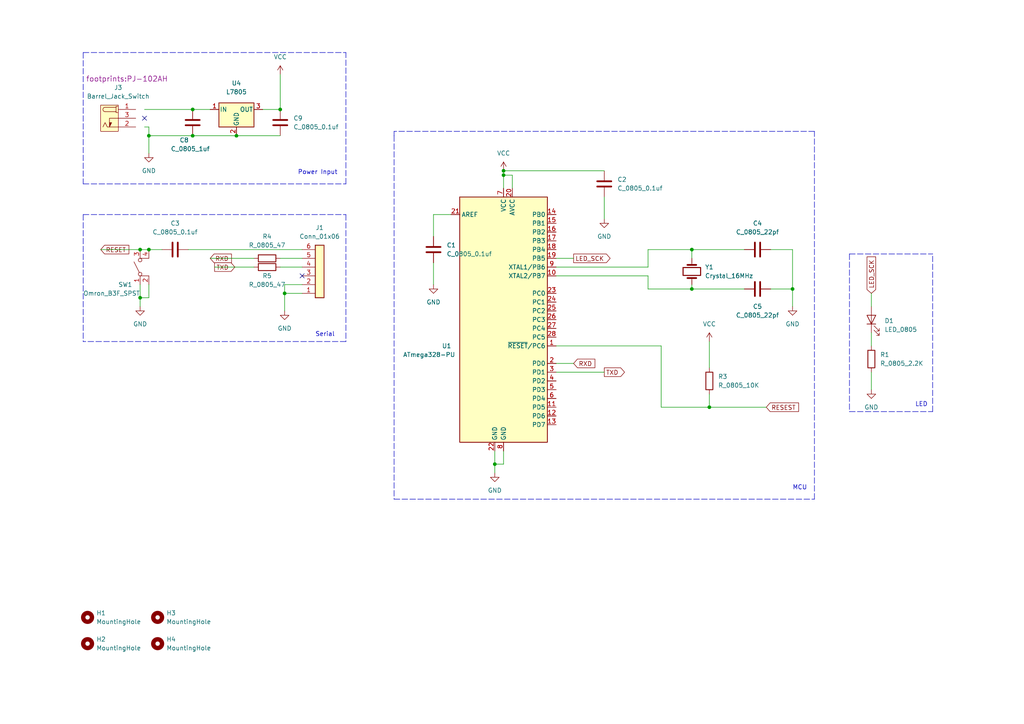
<source format=kicad_sch>
(kicad_sch (version 20211123) (generator eeschema)
  (paper "A4")
  (lib_symbols
    (symbol "HPS:ATmega328-PU"
      (property "Reference" "U" (at -11.43 39.37 0))
      (property "Value" "ATmega328-PU" (at -17.78 38.1 0))
      (symbol "ATmega328-PU_0_1"
        (rectangle (start -12.7 -35.56) (end 12.7 35.56) (stroke (width 0.254)) (fill (type background)))
      )
      (symbol "ATmega328-PU_1_1"
        (pin tri_state line (at 15.24 -7.62 180) (length 2.54) (name "~{RESET}/PC6") (number "1"))
        (pin tri_state line (at 15.24 12.7 180) (length 2.54) (name "XTAL2/PB7") (number "10"))
        (pin tri_state line (at 15.24 -25.4 180) (length 2.54) (name "PD5") (number "11"))
        (pin tri_state line (at 15.24 -27.94 180) (length 2.54) (name "PD6") (number "12"))
        (pin tri_state line (at 15.24 -30.48 180) (length 2.54) (name "PD7") (number "13"))
        (pin tri_state line (at 15.24 30.48 180) (length 2.54) (name "PB0") (number "14"))
        (pin tri_state line (at 15.24 27.94 180) (length 2.54) (name "PB1") (number "15"))
        (pin tri_state line (at 15.24 25.4 180) (length 2.54) (name "PB2") (number "16"))
        (pin tri_state line (at 15.24 22.86 180) (length 2.54) (name "PB3") (number "17"))
        (pin tri_state line (at 15.24 20.32 180) (length 2.54) (name "PB4") (number "18"))
        (pin tri_state line (at 15.24 17.78 180) (length 2.54) (name "PB5") (number "19"))
        (pin tri_state line (at 15.24 -12.7 180) (length 2.54) (name "PD0") (number "2"))
        (pin power_in line (at 2.54 38.1 270) (length 2.54) (name "AVCC") (number "20"))
        (pin passive line (at -15.24 30.48 0) (length 2.54) (name "AREF") (number "21"))
        (pin power_in line (at -2.54 -38.1 90) (length 2.54) (name "GND") (number "22"))
        (pin tri_state line (at 15.24 7.62 180) (length 2.54) (name "PC0") (number "23"))
        (pin tri_state line (at 15.24 5.08 180) (length 2.54) (name "PC1") (number "24"))
        (pin tri_state line (at 15.24 2.54 180) (length 2.54) (name "PC2") (number "25"))
        (pin tri_state line (at 15.24 0 180) (length 2.54) (name "PC3") (number "26"))
        (pin tri_state line (at 15.24 -2.54 180) (length 2.54) (name "PC4") (number "27"))
        (pin tri_state line (at 15.24 -5.08 180) (length 2.54) (name "PC5") (number "28"))
        (pin tri_state line (at 15.24 -15.24 180) (length 2.54) (name "PD1") (number "3"))
        (pin tri_state line (at 15.24 -17.78 180) (length 2.54) (name "PD2") (number "4"))
        (pin tri_state line (at 15.24 -20.32 180) (length 2.54) (name "PD3") (number "5"))
        (pin tri_state line (at 15.24 -22.86 180) (length 2.54) (name "PD4") (number "6"))
        (pin power_in line (at 0 38.1 270) (length 2.54) (name "VCC") (number "7"))
        (pin power_in line (at 0 -38.1 90) (length 2.54) (name "GND") (number "8"))
        (pin tri_state line (at 15.24 15.24 180) (length 2.54) (name "XTAL1/PB6") (number "9"))
      )
    )
    (symbol "HPS:C_0805_0.1uf" (pin_numbers hide) (pin_names (offset 0.254))
      (property "Reference" "C" (at 0.635 2.54 0))
      (property "Value" "C_0805_0.1uf" (at 0.635 -2.54 0))
      (symbol "C_0805_0.1uf_0_1"
        (polyline (pts (xy -2.032 -0.762) (xy 2.032 -0.762)) (stroke (width 0.508)))
        (polyline (pts (xy -2.032 0.762) (xy 2.032 0.762)) (stroke (width 0.508)))
      )
      (symbol "C_0805_0.1uf_1_1"
        (pin passive line (at 0 3.81 270) (length 2.794) (name "~") (number "1"))
        (pin passive line (at 0 -3.81 90) (length 2.794) (name "~") (number "2"))
      )
    )
    (symbol "HPS:C_0805_1uf" (pin_numbers hide) (pin_names (offset 0.254))
      (property "Reference" "C" (at 0.635 2.54 0))
      (property "Value" "C_0805_1uf" (at 0.635 -2.54 0))
      (symbol "C_0805_1uf_0_1"
        (polyline (pts (xy -2.032 -0.762) (xy 2.032 -0.762)) (stroke (width 0.508)))
        (polyline (pts (xy -2.032 0.762) (xy 2.032 0.762)) (stroke (width 0.508)))
      )
      (symbol "C_0805_1uf_1_1"
        (pin passive line (at 0 3.81 270) (length 2.794) (name "~") (number "1"))
        (pin passive line (at 0 -3.81 90) (length 2.794) (name "~") (number "2"))
      )
    )
    (symbol "HPS:C_0805_22pf" (pin_numbers hide) (pin_names (offset 0.254))
      (property "Reference" "C" (at 0.635 2.54 0))
      (property "Value" "C_0805_22pf" (at 0.635 -2.54 0))
      (symbol "C_0805_22pf_0_1"
        (polyline (pts (xy -2.032 -0.762) (xy 2.032 -0.762)) (stroke (width 0.508)))
        (polyline (pts (xy -2.032 0.762) (xy 2.032 0.762)) (stroke (width 0.508)))
      )
      (symbol "C_0805_22pf_1_1"
        (pin passive line (at 0 3.81 270) (length 2.794) (name "~") (number "1"))
        (pin passive line (at 0 -3.81 90) (length 2.794) (name "~") (number "2"))
      )
    )
    (symbol "HPS:Conn_01x06" (pin_names (offset 1.016) hide)
      (property "Reference" "J" (at 0 7.62 0))
      (property "Value" "Conn_01x06" (at 0 -10.16 0))
      (symbol "Conn_01x06_1_1"
        (rectangle (start -1.27 6.35) (end 1.27 -8.89) (stroke (width 0.254)) (fill (type background)))
        (pin passive line (at -5.08 5.08 0) (length 3.81) (name "Pin_1") (number "1"))
        (pin passive line (at -5.08 2.54 0) (length 3.81) (name "Pin_2") (number "2"))
        (pin passive line (at -5.08 0 0) (length 3.81) (name "Pin_3") (number "3"))
        (pin passive line (at -5.08 -2.54 0) (length 3.81) (name "Pin_4") (number "4"))
        (pin passive line (at -5.08 -5.08 0) (length 3.81) (name "Pin_5") (number "5"))
        (pin passive line (at -5.08 -7.62 0) (length 3.81) (name "Pin_6") (number "6"))
      )
    )
    (symbol "HPS:Crystal_16MHz" (pin_numbers hide) (pin_names (offset 1.016) hide)
      (property "Reference" "Y" (at 0 3.81 0))
      (property "Value" "Crystal_16MHz" (at 0 -3.81 0))
      (symbol "Crystal_16MHz_0_1"
        (rectangle (start -1.143 2.54) (end 1.143 -2.54) (stroke (width 0.3048)))
        (polyline (pts (xy -2.54 0) (xy -1.905 0)))
        (polyline (pts (xy -1.905 -1.27) (xy -1.905 1.27)) (stroke (width 0.508)))
        (polyline (pts (xy 1.905 -1.27) (xy 1.905 1.27)) (stroke (width 0.508)))
        (polyline (pts (xy 2.54 0) (xy 1.905 0)))
      )
      (symbol "Crystal_16MHz_1_1"
        (pin passive line (at -3.81 0 0) (length 1.27) (name "1") (number "1"))
        (pin passive line (at 3.81 0 180) (length 1.27) (name "2") (number "2"))
      )
    )
    (symbol "HPS:GND" (power) (pin_names (offset 0))
      (property "Value" "GND" (at 0 -3.81 0))
      (symbol "GND_0_1"
        (polyline (pts (xy 0 0) (xy 0 -1.27) (xy 1.27 -1.27) (xy 0 -2.54) (xy -1.27 -1.27) (xy 0 -1.27)))
      )
      (symbol "GND_1_1"
        (pin power_in line (at 0 0 270) (length 0) hide (name "GND") (number "1"))
      )
    )
    (symbol "HPS:L7805" (pin_names (offset 0.254))
      (property "Reference" "U" (at -3.81 3.175 0))
      (property "Value" "L7805" (at 0 3.175 0))
      (symbol "L7805_0_1"
        (rectangle (start -5.08 1.905) (end 5.08 -5.08) (stroke (width 0.254)) (fill (type background)))
      )
      (symbol "L7805_1_1"
        (pin power_in line (at -7.62 0 0) (length 2.54) (name "IN") (number "1"))
        (pin power_in line (at 0 -7.62 90) (length 2.54) (name "GND") (number "2"))
        (pin power_out line (at 7.62 0 180) (length 2.54) (name "OUT") (number "3"))
      )
    )
    (symbol "HPS:LED_0805" (pin_numbers hide) (pin_names (offset 1.016) hide)
      (property "Reference" "D" (at 0 2.54 0))
      (property "Value" "LED_0805" (at 0 -2.54 0))
      (symbol "LED_0805_0_1"
        (polyline (pts (xy -1.27 -1.27) (xy -1.27 1.27)) (stroke (width 0.2032)))
        (polyline (pts (xy -1.27 0) (xy 1.27 0)))
        (polyline (pts (xy 1.27 -1.27) (xy 1.27 1.27) (xy -1.27 0) (xy 1.27 -1.27)) (stroke (width 0.2032)))
        (polyline (pts (xy -3.048 -0.762) (xy -4.572 -2.286) (xy -3.81 -2.286) (xy -4.572 -2.286) (xy -4.572 -1.524)))
        (polyline (pts (xy -1.778 -0.762) (xy -3.302 -2.286) (xy -2.54 -2.286) (xy -3.302 -2.286) (xy -3.302 -1.524)))
      )
      (symbol "LED_0805_1_1"
        (pin passive line (at -3.81 0 0) (length 2.54) (name "K") (number "1"))
        (pin passive line (at 3.81 0 180) (length 2.54) (name "A") (number "2"))
      )
    )
    (symbol "HPS:MountingHole" (pin_names (offset 1.016))
      (property "Reference" "H" (at 0 5.08 0))
      (property "Value" "MountingHole" (at 0 3.175 0))
      (symbol "MountingHole_0_1"
        (circle (center 0 0) (radius 1.27) (stroke (width 1.27)))
      )
    )
    (symbol "HPS:Omron_B3F_SPST" (pin_names (offset 0) hide)
      (property "Reference" "SW" (at 0 5.08 0))
      (property "Value" "Omron_B3F_SPST" (at 0 2.54 0))
      (symbol "Omron_B3F_SPST_0_0"
        (circle (center -2.032 0) (radius 0.508))
        (polyline (pts (xy -1.524 0.254) (xy 1.524 1.778)))
        (circle (center 2.032 0) (radius 0.508))
      )
      (symbol "Omron_B3F_SPST_0_1"
        (polyline (pts (xy -2.54 0) (xy -2.54 -2.54)))
        (polyline (pts (xy 2.54 -2.54) (xy 2.54 0)))
      )
      (symbol "Omron_B3F_SPST_1_1"
        (pin passive line (at -5.08 0 0) (length 2.54) (name "A") (number "1"))
        (pin passive line (at -5.08 -2.54 0) (length 2.54) (name "A") (number "2"))
        (pin passive line (at 5.08 0 180) (length 2.54) (name "B") (number "3"))
        (pin passive line (at 5.08 -2.54 180) (length 2.54) (name "B") (number "4"))
      )
    )
    (symbol "HPS:PJ-102AH" (pin_names (offset 1.016) hide)
      (property "Reference" "J" (at -2.54 5.08 0))
      (property "Value" "PJ-102AH" (at 0 -5.334 0))
      (property "Footprint" "footprints:PJ-102AH" (at 0 -7.874 0))
      (symbol "PJ-102AH_0_1"
        (arc (start -3.81 3.175) (mid -4.445 2.54) (end -3.81 1.905))
        (polyline (pts (xy -0.635 1.905) (xy -3.81 1.905)))
        (polyline (pts (xy -0.635 1.905) (xy -0.635 3.175)))
        (polyline (pts (xy -0.635 3.175) (xy -3.81 3.175)))
        (polyline (pts (xy -2.54 -1.27) (xy -2.54 0) (xy 0 0)))
        (polyline (pts (xy -0.635 1.905) (xy -0.635 1.651) (xy 0 1.651)))
        (polyline (pts (xy -0.635 3.175) (xy -0.635 3.429) (xy 0 3.429)))
        (polyline (pts (xy -2.54 -2.54) (xy -1.905 -1.27) (xy -2.54 -1.27) (xy -2.54 -2.54)) (fill (type outline)))
        (polyline (pts (xy 0 -2.54) (xy -3.175 -2.54) (xy -3.81 -1.27) (xy -4.445 -2.54)))
        (rectangle (start 0 3.81) (end -5.08 -3.81) (fill (type background)))
      )
      (symbol "PJ-102AH_1_1"
        (pin passive line (at 5.08 2.54 180) (length 5.08) (name "POLE") (number "1"))
        (pin passive line (at 5.08 -2.54 180) (length 5.08) (name "OUT") (number "2"))
        (pin passive line (at 5.08 0 180) (length 5.08) (name "OUT") (number "3"))
      )
    )
    (symbol "HPS:R_0805_10K" (pin_numbers hide) (pin_names (offset 0))
      (property "Reference" "R" (at 2.032 0 90))
      (property "Value" "R_0805_10K" (at -2.54 0 90))
      (symbol "R_0805_10K_0_1"
        (rectangle (start -1.016 -2.54) (end 1.016 2.54) (stroke (width 0.254)))
      )
      (symbol "R_0805_10K_1_1"
        (pin passive line (at 0 3.81 270) (length 1.27) (name "~") (number "1"))
        (pin passive line (at 0 -3.81 90) (length 1.27) (name "~") (number "2"))
      )
    )
    (symbol "HPS:R_0805_2.2K" (pin_numbers hide) (pin_names (offset 0))
      (property "Reference" "R" (at 2.032 0 90))
      (property "Value" "R_0805_2.2K" (at -2.54 0 90))
      (symbol "R_0805_2.2K_0_1"
        (rectangle (start -1.016 -2.54) (end 1.016 2.54) (stroke (width 0.254)))
      )
      (symbol "R_0805_2.2K_1_1"
        (pin passive line (at 0 3.81 270) (length 1.27) (name "~") (number "1"))
        (pin passive line (at 0 -3.81 90) (length 1.27) (name "~") (number "2"))
      )
    )
    (symbol "HPS:R_0805_47" (pin_numbers hide) (pin_names (offset 0))
      (property "Reference" "R" (at 2.032 0 90))
      (property "Value" "R_0805_47" (at -2.54 0 90))
      (symbol "R_0805_47_0_1"
        (rectangle (start -1.016 -2.54) (end 1.016 2.54) (stroke (width 0.254)))
      )
      (symbol "R_0805_47_1_1"
        (pin passive line (at 0 3.81 270) (length 1.27) (name "~") (number "1"))
        (pin passive line (at 0 -3.81 90) (length 1.27) (name "~") (number "2"))
      )
    )
    (symbol "HPS:VCC" (power) (pin_names (offset 0))
      (property "Value" "VCC" (at 0 3.81 0))
      (symbol "VCC_0_1"
        (polyline (pts (xy -0.762 1.27) (xy 0 2.54)))
        (polyline (pts (xy 0 0) (xy 0 2.54)))
        (polyline (pts (xy 0 2.54) (xy 0.762 1.27)))
      )
      (symbol "VCC_1_1"
        (pin power_in line (at 0 0 90) (length 0) hide (name "VCC") (number "1"))
      )
    )
  )
  (junction (at 229.87 83.82))
  (junction (at 146.05 50.8))
  (junction (at 68.58 39.37))
  (junction (at 40.64 72.39))
  (junction (at 81.28 31.75))
  (junction (at 200.66 83.82))
  (junction (at 143.51 134.62))
  (junction (at 200.66 72.39))
  (junction (at 205.74 118.11))
  (junction (at 55.88 39.37))
  (junction (at 43.18 72.39))
  (junction (at 55.88 31.75))
  (junction (at 40.64 86.36))
  (junction (at 82.55 85.09))
  (junction (at 43.18 39.37))
  (junction (at 146.05 49.53))
  (no_connect (at 41.91 34.29))
  (no_connect (at 87.63 80.01))
  (wire (pts (xy 229.87 83.82) (xy 229.87 88.9)))
  (wire (pts (xy 146.05 50.8) (xy 146.05 54.61)))
  (wire (pts (xy 76.2 31.75) (xy 81.28 31.75)))
  (polyline (pts (xy 24.13 62.23) (xy 100.33 62.23)))
  (wire (pts (xy 146.05 49.53) (xy 146.05 50.8)))
  (wire (pts (xy 55.88 39.37) (xy 68.58 39.37)))
  (wire (pts (xy 40.64 82.55) (xy 40.64 86.36)))
  (wire (pts (xy 29.21 72.39) (xy 40.64 72.39)))
  (polyline (pts (xy 270.51 119.38) (xy 270.51 73.66)))
  (wire (pts (xy 40.64 72.39) (xy 43.18 72.39)))
  (wire (pts (xy 161.29 77.47) (xy 187.96 77.47)))
  (wire (pts (xy 187.96 83.82) (xy 200.66 83.82)))
  (wire (pts (xy 82.55 85.09) (xy 82.55 82.55)))
  (wire (pts (xy 40.64 86.36) (xy 43.18 86.36)))
  (polyline (pts (xy 246.38 73.66) (xy 270.51 73.66)))
  (polyline (pts (xy 24.13 15.24) (xy 24.13 53.34)))
  (wire (pts (xy 82.55 82.55) (xy 87.63 82.55)))
  (wire (pts (xy 161.29 105.41) (xy 166.37 105.41)))
  (wire (pts (xy 143.51 134.62) (xy 146.05 134.62)))
  (wire (pts (xy 187.96 80.01) (xy 187.96 83.82)))
  (wire (pts (xy 43.18 39.37) (xy 43.18 44.45)))
  (wire (pts (xy 146.05 130.81) (xy 146.05 134.62)))
  (polyline (pts (xy 100.33 62.23) (xy 100.33 99.06)))
  (polyline (pts (xy 24.13 62.23) (xy 24.13 99.06)))
  (wire (pts (xy 223.52 72.39) (xy 229.87 72.39)))
  (wire (pts (xy 43.18 82.55) (xy 43.18 86.36)))
  (wire (pts (xy 229.87 72.39) (xy 229.87 83.82)))
  (wire (pts (xy 161.29 80.01) (xy 187.96 80.01)))
  (wire (pts (xy 200.66 72.39) (xy 215.9 72.39)))
  (wire (pts (xy 161.29 74.93) (xy 166.37 74.93)))
  (polyline (pts (xy 100.33 53.34) (xy 100.33 15.24)))
  (wire (pts (xy 43.18 72.39) (xy 46.99 72.39)))
  (wire (pts (xy 200.66 83.82) (xy 215.9 83.82)))
  (wire (pts (xy 205.74 118.11) (xy 222.25 118.11)))
  (wire (pts (xy 41.91 31.75) (xy 55.88 31.75)))
  (polyline (pts (xy 246.38 119.38) (xy 270.51 119.38)))
  (wire (pts (xy 81.28 21.59) (xy 81.28 31.75)))
  (wire (pts (xy 43.18 39.37) (xy 55.88 39.37)))
  (polyline (pts (xy 100.33 99.06) (xy 24.13 99.06)))
  (wire (pts (xy 200.66 72.39) (xy 200.66 74.93)))
  (wire (pts (xy 82.55 90.17) (xy 82.55 85.09)))
  (wire (pts (xy 223.52 83.82) (xy 229.87 83.82)))
  (wire (pts (xy 68.58 39.37) (xy 81.28 39.37)))
  (wire (pts (xy 161.29 100.33) (xy 191.77 100.33)))
  (wire (pts (xy 62.23 77.47) (xy 73.66 77.47)))
  (wire (pts (xy 81.28 74.93) (xy 87.63 74.93)))
  (polyline (pts (xy 246.38 73.66) (xy 246.38 119.38)))
  (wire (pts (xy 125.73 62.23) (xy 125.73 68.58)))
  (wire (pts (xy 55.88 31.75) (xy 60.96 31.75)))
  (polyline (pts (xy 24.13 53.34) (xy 100.33 53.34)))
  (wire (pts (xy 143.51 130.81) (xy 143.51 134.62)))
  (wire (pts (xy 43.18 36.83) (xy 43.18 39.37)))
  (wire (pts (xy 40.64 86.36) (xy 40.64 88.9)))
  (wire (pts (xy 187.96 72.39) (xy 200.66 72.39)))
  (wire (pts (xy 125.73 76.2) (xy 125.73 82.55)))
  (wire (pts (xy 82.55 85.09) (xy 87.63 85.09)))
  (wire (pts (xy 60.96 74.93) (xy 73.66 74.93)))
  (wire (pts (xy 187.96 77.47) (xy 187.96 72.39)))
  (wire (pts (xy 191.77 100.33) (xy 191.77 118.11)))
  (wire (pts (xy 252.73 107.95) (xy 252.73 113.03)))
  (polyline (pts (xy 24.13 15.24) (xy 100.33 15.24)))
  (wire (pts (xy 161.29 107.95) (xy 175.26 107.95)))
  (wire (pts (xy 252.73 96.52) (xy 252.73 100.33)))
  (polyline (pts (xy 236.22 38.1) (xy 114.3 38.1)))
  (wire (pts (xy 205.74 99.06) (xy 205.74 106.68)))
  (wire (pts (xy 200.66 82.55) (xy 200.66 83.82)))
  (wire (pts (xy 191.77 118.11) (xy 205.74 118.11)))
  (polyline (pts (xy 114.3 39.37) (xy 114.3 144.78)))
  (wire (pts (xy 146.05 49.53) (xy 175.26 49.53)))
  (wire (pts (xy 54.61 72.39) (xy 87.63 72.39)))
  (wire (pts (xy 81.28 77.47) (xy 87.63 77.47)))
  (wire (pts (xy 41.91 36.83) (xy 43.18 36.83)))
  (polyline (pts (xy 114.3 144.78) (xy 236.22 144.78)))
  (wire (pts (xy 252.73 85.09) (xy 252.73 88.9)))
  (wire (pts (xy 175.26 57.15) (xy 175.26 63.5)))
  (wire (pts (xy 148.59 54.61) (xy 148.59 50.8)))
  (wire (pts (xy 205.74 114.3) (xy 205.74 118.11)))
  (wire (pts (xy 148.59 50.8) (xy 146.05 50.8)))
  (polyline (pts (xy 236.22 144.78) (xy 236.22 38.1)))
  (wire (pts (xy 143.51 134.62) (xy 143.51 137.16)))
  (polyline (pts (xy 114.3 38.1) (xy 114.3 39.37)))
  (wire (pts (xy 130.81 62.23) (xy 125.73 62.23)))
  (text "Serial" (at 91.44 97.79 0) (effects (font (size 1.27 1.27)) (justify left bottom)))
  (text "Power Input" (at 86.36 50.8 0) (effects (font (size 1.27 1.27)) (justify left bottom)))
  (text "LED" (at 265.43 118.11 0) (effects (font (size 1.27 1.27)) (justify left bottom)))
  (text "MCU" (at 229.87 142.24 0) (effects (font (size 1.27 1.27)) (justify left bottom)))
  (global_label "RXD" (shape input) (at 166.37 105.41 0) (property "Intersheet References" "${INTERSHEET_REFS}" (effects hide)))
  (global_label "RESEST" (shape input) (at 222.25 118.11 0) (property "Intersheet References" "${INTERSHEET_REFS}" (effects hide)))
  (global_label "LED_SCK" (shape output) (at 166.37 74.93 0) (property "Intersheet References" "${INTERSHEET_REFS}" (effects hide)))
  (global_label "TXD" (shape output) (at 175.26 107.95 0) (property "Intersheet References" "${INTERSHEET_REFS}" (effects hide)))
  (global_label "RESET" (shape input) (at 29.21 72.39 0) (property "Intersheet References" "${INTERSHEET_REFS}" (effects hide)))
  (global_label "LED_SCK" (shape input) (at 252.73 85.09 90) (property "Intersheet References" "${INTERSHEET_REFS}" (effects hide)))
  (global_label "TXD" (shape output) (at 62.23 77.47 0) (property "Intersheet References" "${INTERSHEET_REFS}" (effects hide)))
  (global_label "RXD" (shape input) (at 60.96 74.93 0) (property "Intersheet References" "${INTERSHEET_REFS}" (effects hide)))
  (symbol (lib_id "HPS:LED_0805") (at 252.73 92.71 90) (unit 1)
    (property "Reference" "D1" (at 256.54 93.0401 90) (effects (justify right)))
    (property "Value" "LED_0805" (at 256.54 95.5801 90) (effects (justify right)))
    (property "Footprint" "footprints:LED_0805_2012Metric" (effects hide))
    (property "Datasheet" "https://www.we-online.de/katalog/datasheet/150080RS75000.pdf" (effects hide))
    (property "MFG" "Würth Elektronik" (effects hide))
    (property "MPN" "150080RS75000" (effects hide))
    (property "Digikey PN" "732-4984-1-ND" (effects hide))
    (property "Mouser PN" "N/A" (effects hide))
  )
  (symbol (lib_id "HPS:GND") (at 252.73 113.03 0) (unit 1)
    (property "Reference" "#PWR?" (effects hide))
    (property "Value" "GND" (at 252.73 118.11 0))
  )
  (symbol (lib_id "HPS:GND") (at 143.51 137.16 0) (unit 1)
    (property "Reference" "#PWR?" (effects hide))
    (property "Value" "GND" (at 143.51 142.24 0))
  )
  (symbol (lib_id "HPS:R_0805_2.2K") (at 252.73 104.14 0) (unit 1)
    (property "Reference" "R1" (at 255.27 102.8699 0) (effects (justify left)))
    (property "Value" "R_0805_2.2K" (at 255.27 105.4099 0) (effects (justify left)))
    (property "Footprint" "footprints:R_0805_2012Metric" (effects hide))
    (property "Datasheet" "https://www.digikey.com/en/products/detail/yageo/RC0805FR-072K2L/727676" (effects hide))
    (property "MFG" "N/A" (effects hide))
    (property "MPN" "N/A" (effects hide))
    (property "Digikey PN" "311-2.20KCRCT-ND" (effects hide))
    (property "Mouser PN" "N/A" (effects hide))
    (property "Power" "N/A" (effects hide))
    (property "Tolerance" "N/A" (effects hide))
  )
  (symbol (lib_id "HPS:MountingHole") (at 45.72 179.07 0) (unit 1)
    (property "Reference" "H3" (at 48.26 177.7999 0) (effects (justify left)))
    (property "Value" "MountingHole" (at 48.26 180.3399 0) (effects (justify left)))
    (property "Footprint" "footprints:MountingHole_3.2mm_M3" (effects hide))
  )
  (symbol (lib_id "HPS:MountingHole") (at 25.4 179.07 0) (unit 1)
    (property "Reference" "H1" (at 27.94 177.7999 0) (effects (justify left)))
    (property "Value" "MountingHole" (at 27.94 180.3399 0) (effects (justify left)))
    (property "Footprint" "footprints:MountingHole_3.2mm_M3" (effects hide))
  )
  (symbol (lib_id "HPS:GND") (at 82.55 90.17 0) (unit 1)
    (property "Reference" "#PWR?" (effects hide))
    (property "Value" "GND" (at 82.55 95.25 0))
  )
  (symbol (lib_id "HPS:ATmega328-PU") (at 146.05 92.71 0) (unit 1)
    (property "Reference" "U1" (at 129.54 100.33 0))
    (property "Value" "ATmega328-PU" (at 124.46 102.87 0))
    (property "Footprint" "footprints:DIP-28_W7.62mm" (effects hide))
    (property "Datasheet" "http://www.microchip.com/mymicrochip/filehandler.aspx?ddocname=en608326" (effects hide))
    (property "MFG" "On Shore Technology Inc." (effects hide))
    (property "MPN" "ED281DT" (effects hide))
    (property "Digikey PN" "ED3050-5-ND" (effects hide))
    (property "Mouser PN" "N/A" (effects hide))
  )
  (symbol (lib_id "HPS:C_0805_22pf") (at 219.71 83.82 270) (unit 1)
    (property "Reference" "C5" (at 219.71 88.9 90))
    (property "Value" "C_0805_22pf" (at 219.71 91.44 90))
    (property "Footprint" "footprints:C_0805_2012Metric" (effects hide))
    (property "Datasheet" "https://www.yageo.com/upload/media/product/productsearch/datasheet/mlcc/UPY-GP_NP0_16V-to-50V_18.pdf" (effects hide))
    (property "MFG" "Yageo" (effects hide))
    (property "MPN" "CC0805JRNPO9BN220" (effects hide))
    (property "Digikey PN" "311-1103-1-ND" (effects hide))
    (property "Mouser PN" "N/A" (effects hide))
    (property "Voltage" "N/A" (effects hide))
    (property "Dielectric" "N/A" (effects hide))
    (property "Tolerance" "N/A" (effects hide))
  )
  (symbol (lib_id "HPS:Crystal_16MHz") (at 200.66 78.74 270) (unit 1)
    (property "Reference" "Y1" (at 204.47 77.4699 90) (effects (justify left)))
    (property "Value" "Crystal_16MHz" (at 204.47 80.0099 90) (effects (justify left)))
    (property "Footprint" "footprints:Crystal_SMD_HC49-SD" (effects hide))
    (property "Datasheet" "https://ecsxtal.com/store/pdf/csm-7x-dn.pdf" (effects hide))
    (property "MFG" "ECS Inc." (effects hide))
    (property "MPN" "ECS-160-20-5PXDN-TR" (effects hide))
    (property "Digikey PN" "XC1299CT-ND" (effects hide))
    (property "Mouser PN" "N/A" (effects hide))
  )
  (symbol (lib_id "HPS:Conn_01x06") (at 92.71 80.01 0) (mirror x) (unit 1)
    (property "Reference" "J1" (at 92.71 66.04 0))
    (property "Value" "Conn_01x06" (at 92.71 68.58 0))
    (property "Footprint" "footprints:PinHeader_1x06_P2.54mm_Vertical" (effects hide))
    (property "Datasheet" "https://www.we-online.de/katalog/datasheet/6130xx11121.pdf" (effects hide))
    (property "MFG" "Würth Elektronik" (effects hide))
    (property "MPN" "61300611121" (effects hide))
    (property "Digikey PN" "732-5319-ND" (effects hide))
    (property "Mouser PN" "N/A" (effects hide))
  )
  (symbol (lib_id "HPS:R_0805_10K") (at 205.74 110.49 0) (unit 1)
    (property "Reference" "R3" (at 208.28 109.2199 0) (effects (justify left)))
    (property "Value" "R_0805_10K" (at 208.28 111.7599 0) (effects (justify left)))
    (property "Footprint" "footprints:R_0805_2012Metric" (effects hide))
    (property "Datasheet" "https://www.digikey.com/en/products/detail/yageo/RC0805FR-0710KL/727535" (effects hide))
    (property "MFG" "Yageo" (effects hide))
    (property "MPN" "RC0805FR-0710KL" (effects hide))
    (property "Digikey PN" "311-10.0KCRCT-ND" (effects hide))
    (property "Mouser PN" "N/A" (effects hide))
    (property "Power" "N/A" (effects hide))
    (property "Tolerance" "N/A" (effects hide))
  )
  (symbol (lib_id "HPS:C_0805_0.1uf") (at 125.73 72.39 0) (unit 1)
    (property "Reference" "C1" (at 129.54 71.1199 0) (effects (justify left)))
    (property "Value" "C_0805_0.1uf" (at 129.54 73.6599 0) (effects (justify left)))
    (property "Footprint" "footprints:C_0805_2012Metric" (effects hide))
    (property "Datasheet" "https://datasheets.avx.com/X7RDielectric.pdf" (effects hide))
    (property "MFG" "AVX Corporation" (effects hide))
    (property "MPN" "08055C104KAT2A" (effects hide))
    (property "Digikey PN" "478-1395-1-ND" (effects hide))
    (property "Mouser PN" "N/A" (effects hide))
    (property "Voltage" "N/A" (effects hide))
    (property "Dielectric" "N/A" (effects hide))
    (property "Tolerance" "N/A" (effects hide))
  )
  (symbol (lib_id "HPS:C_0805_22pf") (at 219.71 72.39 270) (unit 1)
    (property "Reference" "C4" (at 219.71 64.77 90))
    (property "Value" "C_0805_22pf" (at 219.71 67.31 90))
    (property "Footprint" "footprints:C_0805_2012Metric" (effects hide))
    (property "Datasheet" "https://www.yageo.com/upload/media/product/productsearch/datasheet/mlcc/UPY-GP_NP0_16V-to-50V_18.pdf" (effects hide))
    (property "MFG" "Yageo" (effects hide))
    (property "MPN" "CC0805JRNPO9BN220" (effects hide))
    (property "Digikey PN" "311-1103-1-ND" (effects hide))
    (property "Mouser PN" "N/A" (effects hide))
    (property "Voltage" "N/A" (effects hide))
    (property "Dielectric" "N/A" (effects hide))
    (property "Tolerance" "N/A" (effects hide))
  )
  (symbol (lib_id "HPS:VCC") (at 146.05 49.53 0) (unit 1)
    (property "Reference" "#PWR?" (effects hide))
    (property "Value" "VCC" (at 146.05 44.45 0))
  )
  (symbol (lib_id "HPS:R_0805_47") (at 77.47 77.47 90) (unit 1)
    (property "Reference" "R5" (at 77.47 80.01 90))
    (property "Value" "R_0805_47" (at 77.47 82.55 90))
    (property "Footprint" "footprints:R_0805_2012Metric" (effects hide))
    (property "Datasheet" "https://www.digikey.com/en/products/detail/yageo/RC0805FR-0747RL/727972" (effects hide))
    (property "MFG" "Yageo" (effects hide))
    (property "Digikey PN" "RC0805FR-0747RL " (effects hide))
    (property "Mouser PN" "N/A" (effects hide))
    (property "Power" "N/A" (effects hide))
    (property "Tolerance" "N/A" (effects hide))
    (property "MPN" "RC0805FR-0747RL " (effects hide))
  )
  (symbol (lib_id "HPS:GND") (at 175.26 63.5 0) (unit 1)
    (property "Reference" "#PWR?" (effects hide))
    (property "Value" "GND" (at 175.26 68.58 0))
  )
  (symbol (lib_id "HPS:GND") (at 125.73 82.55 0) (unit 1)
    (property "Reference" "#PWR?" (effects hide))
    (property "Value" "GND" (at 125.73 87.63 0))
  )
  (symbol (lib_id "HPS:GND") (at 229.87 88.9 0) (unit 1)
    (property "Reference" "#PWR?" (effects hide))
    (property "Value" "GND" (at 229.87 93.98 0))
  )
  (symbol (lib_id "HPS:MountingHole") (at 25.4 186.69 0) (unit 1)
    (property "Reference" "H2" (at 27.94 185.4199 0) (effects (justify left)))
    (property "Value" "MountingHole" (at 27.94 187.9599 0) (effects (justify left)))
    (property "Footprint" "footprints:MountingHole_3.2mm_M3" (effects hide))
  )
  (symbol (lib_id "HPS:PJ-102AH") (at 34.29 34.29 0) (unit 1)
    (property "Reference" "J3" (at 34.29 25.4 0))
    (property "Value" "Barrel_Jack_Switch" (at 34.29 27.94 0))
    (property "Footprint" "footprints:PJ-102AH" (at 36.83 22.86 0) (effects (font (size 1.524 1.524))))
    (property "Datasheet" "https://www.cuidevices.com/product/resource/pj-102ah.pdf" (effects hide))
    (property "MFG" "CUI Devices" (effects hide))
    (property "MPN" "PJ-102AH" (effects hide))
    (property "Digikey PN" "CP-102AH-ND" (effects hide))
    (property "Mouser PN" "490-PJ-102AH" (effects hide))
  )
  (symbol (lib_id "HPS:C_0805_0.1uf") (at 81.28 35.56 0) (unit 1)
    (property "Reference" "C9" (at 85.09 34.2899 0) (effects (justify left)))
    (property "Value" "C_0805_0.1uf" (at 85.09 36.8299 0) (effects (justify left)))
    (property "Footprint" "footprints:C_0805_2012Metric" (effects hide))
    (property "Datasheet" "https://datasheets.avx.com/X7RDielectric.pdf" (effects hide))
    (property "MFG" "AVX Corporation" (effects hide))
    (property "MPN" "08055C104KAT2A" (effects hide))
    (property "Digikey PN" "478-1395-1-ND" (effects hide))
    (property "Mouser PN" "N/A" (effects hide))
    (property "Voltage" "N/A" (effects hide))
    (property "Dielectric" "N/A" (effects hide))
    (property "Tolerance" "N/A" (effects hide))
  )
  (symbol (lib_id "HPS:GND") (at 40.64 88.9 0) (unit 1)
    (property "Reference" "#PWR?" (effects hide))
    (property "Value" "GND" (at 40.64 93.98 0))
  )
  (symbol (lib_id "HPS:GND") (at 43.18 44.45 0) (unit 1)
    (property "Reference" "#PWR?" (effects hide))
    (property "Value" "GND" (at 43.18 49.53 0))
  )
  (symbol (lib_id "HPS:VCC") (at 81.28 21.59 0) (unit 1)
    (property "Reference" "#PWR?" (effects hide))
    (property "Value" "VCC" (at 81.28 16.51 0))
  )
  (symbol (lib_id "HPS:R_0805_47") (at 77.47 74.93 90) (unit 1)
    (property "Reference" "R4" (at 77.47 68.58 90))
    (property "Value" "R_0805_47" (at 77.47 71.12 90))
    (property "Footprint" "footprints:R_0805_2012Metric" (effects hide))
    (property "Datasheet" "https://www.digikey.com/en/products/detail/yageo/RC0805FR-0747RL/727972" (effects hide))
    (property "MFG" "Yageo" (effects hide))
    (property "Digikey PN" "RC0805FR-0747RL " (effects hide))
    (property "Mouser PN" "N/A" (effects hide))
    (property "Power" "N/A" (effects hide))
    (property "Tolerance" "N/A" (effects hide))
    (property "MPN" "RC0805FR-0747RL " (effects hide))
  )
  (symbol (lib_id "HPS:C_0805_0.1uf") (at 175.26 53.34 0) (unit 1)
    (property "Reference" "C2" (at 179.07 52.0699 0) (effects (justify left)))
    (property "Value" "C_0805_0.1uf" (at 179.07 54.6099 0) (effects (justify left)))
    (property "Footprint" "footprints:C_0805_2012Metric" (effects hide))
    (property "Datasheet" "https://datasheets.avx.com/X7RDielectric.pdf" (effects hide))
    (property "MFG" "AVX Corporation" (effects hide))
    (property "MPN" "08055C104KAT2A" (effects hide))
    (property "Digikey PN" "478-1395-1-ND" (effects hide))
    (property "Mouser PN" "N/A" (effects hide))
    (property "Voltage" "N/A" (effects hide))
    (property "Dielectric" "N/A" (effects hide))
    (property "Tolerance" "N/A" (effects hide))
  )
  (symbol (lib_id "HPS:C_0805_0.1uf") (at 50.8 72.39 90) (unit 1)
    (property "Reference" "C3" (at 50.8 64.77 90))
    (property "Value" "C_0805_0.1uf" (at 50.8 67.31 90))
    (property "Footprint" "footprints:C_0805_2012Metric" (effects hide))
    (property "Datasheet" "https://datasheets.avx.com/X7RDielectric.pdf" (effects hide))
    (property "MFG" "AVX Corporation" (effects hide))
    (property "MPN" "08055C104KAT2A" (effects hide))
    (property "Digikey PN" "478-1395-1-ND" (effects hide))
    (property "Mouser PN" "N/A" (effects hide))
    (property "Voltage" "N/A" (effects hide))
    (property "Dielectric" "N/A" (effects hide))
    (property "Tolerance" "N/A" (effects hide))
  )
  (symbol (lib_id "HPS:Omron_B3F_SPST") (at 40.64 77.47 90) (unit 1)
    (property "Reference" "SW1" (at 34.29 82.55 90) (effects (justify right)))
    (property "Value" "Omron_B3F_SPST" (at 24.13 85.09 90) (effects (justify right)))
    (property "Footprint" "footprints:SW_SPST_Omron_B3FS-100xP" (effects hide))
    (property "Datasheet" "https://omronfs.omron.com/en_US/ecb/products/pdf/en-b3fs.pdf" (effects hide))
    (property "MFG" "Omron Electronics Inc-EMC Div" (effects hide))
    (property "MPN" "B3FS-1000P" (effects hide))
    (property "Digikey PN" "SW423CT-ND" (effects hide))
    (property "Mouser PN" "N/A" (effects hide))
  )
  (symbol (lib_id "HPS:VCC") (at 205.74 99.06 0) (unit 1)
    (property "Reference" "#PWR?" (effects hide))
    (property "Value" "VCC" (at 205.74 93.98 0))
  )
  (symbol (lib_id "HPS:C_0805_1uf") (at 55.88 35.56 0) (unit 1)
    (property "Reference" "C8" (at 52.07 40.64 0) (effects (justify left)))
    (property "Value" "C_0805_1uf" (at 49.53 43.18 0) (effects (justify left)))
    (property "Footprint" "footprints:C_0805_2012Metric" (effects hide))
    (property "Datasheet" "https://www.yageo.com/upload/media/product/productsearch/datasheet/mlcc/UPY-GPHC_X7R_6.3V-to-50V_18.pdf" (effects hide))
    (property "MFG" "Yageo" (effects hide))
    (property "MPN" "CC0805KKX7R8BB105" (effects hide))
    (property "Digikey PN" "311-1456-1-ND" (effects hide))
    (property "Mouser PN" "N/A" (effects hide))
    (property "Voltage" "N/A" (effects hide))
    (property "Dielectric" "N/A" (effects hide))
    (property "Tolerance" "N/A" (effects hide))
  )
  (symbol (lib_id "HPS:L7805") (at 68.58 31.75 0) (unit 1)
    (property "Reference" "U4" (at 68.58 24.13 0))
    (property "Value" "L7805" (at 68.58 26.67 0))
    (property "Datasheet" "http://www.st.com/content/ccc/resource/technical/document/datasheet/41/4f/b3/b0/12/d4/47/88/CD00000444.pdf/files/CD00000444.pdf/jcr:content/translations/en.CD00000444.pdf" (effects hide))
  )
  (symbol (lib_id "HPS:MountingHole") (at 45.72 186.69 0) (unit 1)
    (property "Reference" "H4" (at 48.26 185.4199 0) (effects (justify left)))
    (property "Value" "MountingHole" (at 48.26 187.9599 0) (effects (justify left)))
    (property "Footprint" "footprints:MountingHole_3.2mm_M3" (effects hide))
  )
)
</source>
